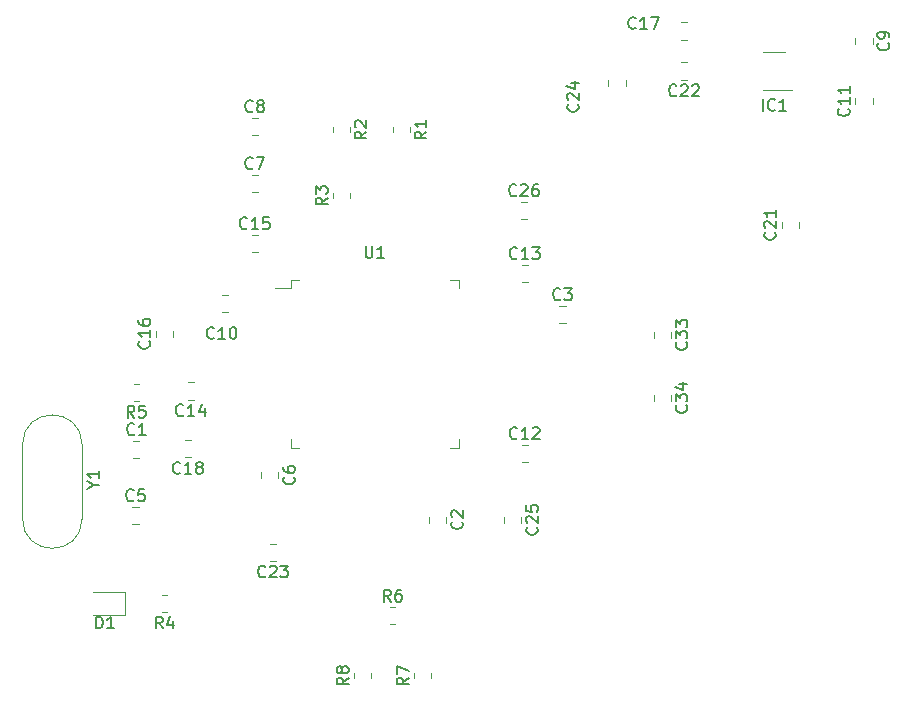
<source format=gto>
G04 #@! TF.GenerationSoftware,KiCad,Pcbnew,(6.0.1)*
G04 #@! TF.CreationDate,2022-02-13T22:45:21+02:00*
G04 #@! TF.ProjectId,enlarger_timer,656e6c61-7267-4657-925f-74696d65722e,rev?*
G04 #@! TF.SameCoordinates,Original*
G04 #@! TF.FileFunction,Legend,Top*
G04 #@! TF.FilePolarity,Positive*
%FSLAX46Y46*%
G04 Gerber Fmt 4.6, Leading zero omitted, Abs format (unit mm)*
G04 Created by KiCad (PCBNEW (6.0.1)) date 2022-02-13 22:45:21*
%MOMM*%
%LPD*%
G01*
G04 APERTURE LIST*
%ADD10C,0.150000*%
%ADD11C,0.120000*%
G04 APERTURE END LIST*
D10*
X128971318Y-95705190D02*
X129447508Y-95705190D01*
X128447508Y-96038523D02*
X128971318Y-95705190D01*
X128447508Y-95371857D01*
X129447508Y-94514714D02*
X129447508Y-95086142D01*
X129447508Y-94800428D02*
X128447508Y-94800428D01*
X128590366Y-94895666D01*
X128685604Y-94990904D01*
X128733223Y-95086142D01*
X152011095Y-75459380D02*
X152011095Y-76268904D01*
X152058714Y-76364142D01*
X152106333Y-76411761D01*
X152201571Y-76459380D01*
X152392047Y-76459380D01*
X152487285Y-76411761D01*
X152534904Y-76364142D01*
X152582523Y-76268904D01*
X152582523Y-75459380D01*
X153582523Y-76459380D02*
X153011095Y-76459380D01*
X153296809Y-76459380D02*
X153296809Y-75459380D01*
X153201571Y-75602238D01*
X153106333Y-75697476D01*
X153011095Y-75745095D01*
X134826333Y-107849380D02*
X134493000Y-107373190D01*
X134254904Y-107849380D02*
X134254904Y-106849380D01*
X134635857Y-106849380D01*
X134731095Y-106897000D01*
X134778714Y-106944619D01*
X134826333Y-107039857D01*
X134826333Y-107182714D01*
X134778714Y-107277952D01*
X134731095Y-107325571D01*
X134635857Y-107373190D01*
X134254904Y-107373190D01*
X135683476Y-107182714D02*
X135683476Y-107849380D01*
X135445380Y-106801761D02*
X135207285Y-107516047D01*
X135826333Y-107516047D01*
X150559380Y-112009666D02*
X150083190Y-112343000D01*
X150559380Y-112581095D02*
X149559380Y-112581095D01*
X149559380Y-112200142D01*
X149607000Y-112104904D01*
X149654619Y-112057285D01*
X149749857Y-112009666D01*
X149892714Y-112009666D01*
X149987952Y-112057285D01*
X150035571Y-112104904D01*
X150083190Y-112200142D01*
X150083190Y-112581095D01*
X149987952Y-111438238D02*
X149940333Y-111533476D01*
X149892714Y-111581095D01*
X149797476Y-111628714D01*
X149749857Y-111628714D01*
X149654619Y-111581095D01*
X149607000Y-111533476D01*
X149559380Y-111438238D01*
X149559380Y-111247761D01*
X149607000Y-111152523D01*
X149654619Y-111104904D01*
X149749857Y-111057285D01*
X149797476Y-111057285D01*
X149892714Y-111104904D01*
X149940333Y-111152523D01*
X149987952Y-111247761D01*
X149987952Y-111438238D01*
X150035571Y-111533476D01*
X150083190Y-111581095D01*
X150178428Y-111628714D01*
X150368904Y-111628714D01*
X150464142Y-111581095D01*
X150511761Y-111533476D01*
X150559380Y-111438238D01*
X150559380Y-111247761D01*
X150511761Y-111152523D01*
X150464142Y-111104904D01*
X150368904Y-111057285D01*
X150178428Y-111057285D01*
X150083190Y-111104904D01*
X150035571Y-111152523D01*
X149987952Y-111247761D01*
X155639380Y-112009666D02*
X155163190Y-112343000D01*
X155639380Y-112581095D02*
X154639380Y-112581095D01*
X154639380Y-112200142D01*
X154687000Y-112104904D01*
X154734619Y-112057285D01*
X154829857Y-112009666D01*
X154972714Y-112009666D01*
X155067952Y-112057285D01*
X155115571Y-112104904D01*
X155163190Y-112200142D01*
X155163190Y-112581095D01*
X154639380Y-111676333D02*
X154639380Y-111009666D01*
X155639380Y-111438238D01*
X154130333Y-105565380D02*
X153797000Y-105089190D01*
X153558904Y-105565380D02*
X153558904Y-104565380D01*
X153939857Y-104565380D01*
X154035095Y-104613000D01*
X154082714Y-104660619D01*
X154130333Y-104755857D01*
X154130333Y-104898714D01*
X154082714Y-104993952D01*
X154035095Y-105041571D01*
X153939857Y-105089190D01*
X153558904Y-105089190D01*
X154987476Y-104565380D02*
X154797000Y-104565380D01*
X154701761Y-104613000D01*
X154654142Y-104660619D01*
X154558904Y-104803476D01*
X154511285Y-104993952D01*
X154511285Y-105374904D01*
X154558904Y-105470142D01*
X154606523Y-105517761D01*
X154701761Y-105565380D01*
X154892238Y-105565380D01*
X154987476Y-105517761D01*
X155035095Y-105470142D01*
X155082714Y-105374904D01*
X155082714Y-105136809D01*
X155035095Y-105041571D01*
X154987476Y-104993952D01*
X154892238Y-104946333D01*
X154701761Y-104946333D01*
X154606523Y-104993952D01*
X154558904Y-105041571D01*
X154511285Y-105136809D01*
X132421333Y-89986380D02*
X132088000Y-89510190D01*
X131849904Y-89986380D02*
X131849904Y-88986380D01*
X132230857Y-88986380D01*
X132326095Y-89034000D01*
X132373714Y-89081619D01*
X132421333Y-89176857D01*
X132421333Y-89319714D01*
X132373714Y-89414952D01*
X132326095Y-89462571D01*
X132230857Y-89510190D01*
X131849904Y-89510190D01*
X133326095Y-88986380D02*
X132849904Y-88986380D01*
X132802285Y-89462571D01*
X132849904Y-89414952D01*
X132945142Y-89367333D01*
X133183238Y-89367333D01*
X133278476Y-89414952D01*
X133326095Y-89462571D01*
X133373714Y-89557809D01*
X133373714Y-89795904D01*
X133326095Y-89891142D01*
X133278476Y-89938761D01*
X133183238Y-89986380D01*
X132945142Y-89986380D01*
X132849904Y-89938761D01*
X132802285Y-89891142D01*
X148781380Y-71369666D02*
X148305190Y-71703000D01*
X148781380Y-71941095D02*
X147781380Y-71941095D01*
X147781380Y-71560142D01*
X147829000Y-71464904D01*
X147876619Y-71417285D01*
X147971857Y-71369666D01*
X148114714Y-71369666D01*
X148209952Y-71417285D01*
X148257571Y-71464904D01*
X148305190Y-71560142D01*
X148305190Y-71941095D01*
X147781380Y-71036333D02*
X147781380Y-70417285D01*
X148162333Y-70750619D01*
X148162333Y-70607761D01*
X148209952Y-70512523D01*
X148257571Y-70464904D01*
X148352809Y-70417285D01*
X148590904Y-70417285D01*
X148686142Y-70464904D01*
X148733761Y-70512523D01*
X148781380Y-70607761D01*
X148781380Y-70893476D01*
X148733761Y-70988714D01*
X148686142Y-71036333D01*
X152081380Y-65781666D02*
X151605190Y-66115000D01*
X152081380Y-66353095D02*
X151081380Y-66353095D01*
X151081380Y-65972142D01*
X151129000Y-65876904D01*
X151176619Y-65829285D01*
X151271857Y-65781666D01*
X151414714Y-65781666D01*
X151509952Y-65829285D01*
X151557571Y-65876904D01*
X151605190Y-65972142D01*
X151605190Y-66353095D01*
X151176619Y-65400714D02*
X151129000Y-65353095D01*
X151081380Y-65257857D01*
X151081380Y-65019761D01*
X151129000Y-64924523D01*
X151176619Y-64876904D01*
X151271857Y-64829285D01*
X151367095Y-64829285D01*
X151509952Y-64876904D01*
X152081380Y-65448333D01*
X152081380Y-64829285D01*
X157161380Y-65781666D02*
X156685190Y-66115000D01*
X157161380Y-66353095D02*
X156161380Y-66353095D01*
X156161380Y-65972142D01*
X156209000Y-65876904D01*
X156256619Y-65829285D01*
X156351857Y-65781666D01*
X156494714Y-65781666D01*
X156589952Y-65829285D01*
X156637571Y-65876904D01*
X156685190Y-65972142D01*
X156685190Y-66353095D01*
X157161380Y-64829285D02*
X157161380Y-65400714D01*
X157161380Y-65115000D02*
X156161380Y-65115000D01*
X156304238Y-65210238D01*
X156399476Y-65305476D01*
X156447095Y-65400714D01*
X185612209Y-64007580D02*
X185612209Y-63007580D01*
X186659828Y-63912342D02*
X186612209Y-63959961D01*
X186469352Y-64007580D01*
X186374114Y-64007580D01*
X186231257Y-63959961D01*
X186136019Y-63864723D01*
X186088400Y-63769485D01*
X186040780Y-63579009D01*
X186040780Y-63436152D01*
X186088400Y-63245676D01*
X186136019Y-63150438D01*
X186231257Y-63055200D01*
X186374114Y-63007580D01*
X186469352Y-63007580D01*
X186612209Y-63055200D01*
X186659828Y-63102819D01*
X187612209Y-64007580D02*
X187040780Y-64007580D01*
X187326495Y-64007580D02*
X187326495Y-63007580D01*
X187231257Y-63150438D01*
X187136019Y-63245676D01*
X187040780Y-63293295D01*
X129174904Y-107849380D02*
X129174904Y-106849380D01*
X129413000Y-106849380D01*
X129555857Y-106897000D01*
X129651095Y-106992238D01*
X129698714Y-107087476D01*
X129746333Y-107277952D01*
X129746333Y-107420809D01*
X129698714Y-107611285D01*
X129651095Y-107706523D01*
X129555857Y-107801761D01*
X129413000Y-107849380D01*
X129174904Y-107849380D01*
X130698714Y-107849380D02*
X130127285Y-107849380D01*
X130413000Y-107849380D02*
X130413000Y-106849380D01*
X130317761Y-106992238D01*
X130222523Y-107087476D01*
X130127285Y-107135095D01*
X179154342Y-88948457D02*
X179201961Y-88996076D01*
X179249580Y-89138933D01*
X179249580Y-89234171D01*
X179201961Y-89377028D01*
X179106723Y-89472266D01*
X179011485Y-89519885D01*
X178821009Y-89567504D01*
X178678152Y-89567504D01*
X178487676Y-89519885D01*
X178392438Y-89472266D01*
X178297200Y-89377028D01*
X178249580Y-89234171D01*
X178249580Y-89138933D01*
X178297200Y-88996076D01*
X178344819Y-88948457D01*
X178249580Y-88615123D02*
X178249580Y-87996076D01*
X178630533Y-88329409D01*
X178630533Y-88186552D01*
X178678152Y-88091314D01*
X178725771Y-88043695D01*
X178821009Y-87996076D01*
X179059104Y-87996076D01*
X179154342Y-88043695D01*
X179201961Y-88091314D01*
X179249580Y-88186552D01*
X179249580Y-88472266D01*
X179201961Y-88567504D01*
X179154342Y-88615123D01*
X178582914Y-87138933D02*
X179249580Y-87138933D01*
X178201961Y-87377028D02*
X178916247Y-87615123D01*
X178916247Y-86996076D01*
X179154342Y-83614457D02*
X179201961Y-83662076D01*
X179249580Y-83804933D01*
X179249580Y-83900171D01*
X179201961Y-84043028D01*
X179106723Y-84138266D01*
X179011485Y-84185885D01*
X178821009Y-84233504D01*
X178678152Y-84233504D01*
X178487676Y-84185885D01*
X178392438Y-84138266D01*
X178297200Y-84043028D01*
X178249580Y-83900171D01*
X178249580Y-83804933D01*
X178297200Y-83662076D01*
X178344819Y-83614457D01*
X178249580Y-83281123D02*
X178249580Y-82662076D01*
X178630533Y-82995409D01*
X178630533Y-82852552D01*
X178678152Y-82757314D01*
X178725771Y-82709695D01*
X178821009Y-82662076D01*
X179059104Y-82662076D01*
X179154342Y-82709695D01*
X179201961Y-82757314D01*
X179249580Y-82852552D01*
X179249580Y-83138266D01*
X179201961Y-83233504D01*
X179154342Y-83281123D01*
X178249580Y-82328742D02*
X178249580Y-81709695D01*
X178630533Y-82043028D01*
X178630533Y-81900171D01*
X178678152Y-81804933D01*
X178725771Y-81757314D01*
X178821009Y-81709695D01*
X179059104Y-81709695D01*
X179154342Y-81757314D01*
X179201961Y-81804933D01*
X179249580Y-81900171D01*
X179249580Y-82185885D01*
X179201961Y-82281123D01*
X179154342Y-82328742D01*
X164764142Y-71150142D02*
X164716523Y-71197761D01*
X164573666Y-71245380D01*
X164478428Y-71245380D01*
X164335571Y-71197761D01*
X164240333Y-71102523D01*
X164192714Y-71007285D01*
X164145095Y-70816809D01*
X164145095Y-70673952D01*
X164192714Y-70483476D01*
X164240333Y-70388238D01*
X164335571Y-70293000D01*
X164478428Y-70245380D01*
X164573666Y-70245380D01*
X164716523Y-70293000D01*
X164764142Y-70340619D01*
X165145095Y-70340619D02*
X165192714Y-70293000D01*
X165287952Y-70245380D01*
X165526047Y-70245380D01*
X165621285Y-70293000D01*
X165668904Y-70340619D01*
X165716523Y-70435857D01*
X165716523Y-70531095D01*
X165668904Y-70673952D01*
X165097476Y-71245380D01*
X165716523Y-71245380D01*
X166573666Y-70245380D02*
X166383190Y-70245380D01*
X166287952Y-70293000D01*
X166240333Y-70340619D01*
X166145095Y-70483476D01*
X166097476Y-70673952D01*
X166097476Y-71054904D01*
X166145095Y-71150142D01*
X166192714Y-71197761D01*
X166287952Y-71245380D01*
X166478428Y-71245380D01*
X166573666Y-71197761D01*
X166621285Y-71150142D01*
X166668904Y-71054904D01*
X166668904Y-70816809D01*
X166621285Y-70721571D01*
X166573666Y-70673952D01*
X166478428Y-70626333D01*
X166287952Y-70626333D01*
X166192714Y-70673952D01*
X166145095Y-70721571D01*
X166097476Y-70816809D01*
X169959742Y-63465057D02*
X170007361Y-63512676D01*
X170054980Y-63655533D01*
X170054980Y-63750771D01*
X170007361Y-63893628D01*
X169912123Y-63988866D01*
X169816885Y-64036485D01*
X169626409Y-64084104D01*
X169483552Y-64084104D01*
X169293076Y-64036485D01*
X169197838Y-63988866D01*
X169102600Y-63893628D01*
X169054980Y-63750771D01*
X169054980Y-63655533D01*
X169102600Y-63512676D01*
X169150219Y-63465057D01*
X169150219Y-63084104D02*
X169102600Y-63036485D01*
X169054980Y-62941247D01*
X169054980Y-62703152D01*
X169102600Y-62607914D01*
X169150219Y-62560295D01*
X169245457Y-62512676D01*
X169340695Y-62512676D01*
X169483552Y-62560295D01*
X170054980Y-63131723D01*
X170054980Y-62512676D01*
X169388314Y-61655533D02*
X170054980Y-61655533D01*
X169007361Y-61893628D02*
X169721647Y-62131723D01*
X169721647Y-61512676D01*
X178325542Y-62692342D02*
X178277923Y-62739961D01*
X178135066Y-62787580D01*
X178039828Y-62787580D01*
X177896971Y-62739961D01*
X177801733Y-62644723D01*
X177754114Y-62549485D01*
X177706495Y-62359009D01*
X177706495Y-62216152D01*
X177754114Y-62025676D01*
X177801733Y-61930438D01*
X177896971Y-61835200D01*
X178039828Y-61787580D01*
X178135066Y-61787580D01*
X178277923Y-61835200D01*
X178325542Y-61882819D01*
X178706495Y-61882819D02*
X178754114Y-61835200D01*
X178849352Y-61787580D01*
X179087447Y-61787580D01*
X179182685Y-61835200D01*
X179230304Y-61882819D01*
X179277923Y-61978057D01*
X179277923Y-62073295D01*
X179230304Y-62216152D01*
X178658876Y-62787580D01*
X179277923Y-62787580D01*
X179658876Y-61882819D02*
X179706495Y-61835200D01*
X179801733Y-61787580D01*
X180039828Y-61787580D01*
X180135066Y-61835200D01*
X180182685Y-61882819D01*
X180230304Y-61978057D01*
X180230304Y-62073295D01*
X180182685Y-62216152D01*
X179611257Y-62787580D01*
X180230304Y-62787580D01*
X166494142Y-99277857D02*
X166541761Y-99325476D01*
X166589380Y-99468333D01*
X166589380Y-99563571D01*
X166541761Y-99706428D01*
X166446523Y-99801666D01*
X166351285Y-99849285D01*
X166160809Y-99896904D01*
X166017952Y-99896904D01*
X165827476Y-99849285D01*
X165732238Y-99801666D01*
X165637000Y-99706428D01*
X165589380Y-99563571D01*
X165589380Y-99468333D01*
X165637000Y-99325476D01*
X165684619Y-99277857D01*
X165684619Y-98896904D02*
X165637000Y-98849285D01*
X165589380Y-98754047D01*
X165589380Y-98515952D01*
X165637000Y-98420714D01*
X165684619Y-98373095D01*
X165779857Y-98325476D01*
X165875095Y-98325476D01*
X166017952Y-98373095D01*
X166589380Y-98944523D01*
X166589380Y-98325476D01*
X165589380Y-97420714D02*
X165589380Y-97896904D01*
X166065571Y-97944523D01*
X166017952Y-97896904D01*
X165970333Y-97801666D01*
X165970333Y-97563571D01*
X166017952Y-97468333D01*
X166065571Y-97420714D01*
X166160809Y-97373095D01*
X166398904Y-97373095D01*
X166494142Y-97420714D01*
X166541761Y-97468333D01*
X166589380Y-97563571D01*
X166589380Y-97801666D01*
X166541761Y-97896904D01*
X166494142Y-97944523D01*
X186637142Y-74302857D02*
X186684761Y-74350476D01*
X186732380Y-74493333D01*
X186732380Y-74588571D01*
X186684761Y-74731428D01*
X186589523Y-74826666D01*
X186494285Y-74874285D01*
X186303809Y-74921904D01*
X186160952Y-74921904D01*
X185970476Y-74874285D01*
X185875238Y-74826666D01*
X185780000Y-74731428D01*
X185732380Y-74588571D01*
X185732380Y-74493333D01*
X185780000Y-74350476D01*
X185827619Y-74302857D01*
X185827619Y-73921904D02*
X185780000Y-73874285D01*
X185732380Y-73779047D01*
X185732380Y-73540952D01*
X185780000Y-73445714D01*
X185827619Y-73398095D01*
X185922857Y-73350476D01*
X186018095Y-73350476D01*
X186160952Y-73398095D01*
X186732380Y-73969523D01*
X186732380Y-73350476D01*
X186732380Y-72398095D02*
X186732380Y-72969523D01*
X186732380Y-72683809D02*
X185732380Y-72683809D01*
X185875238Y-72779047D01*
X185970476Y-72874285D01*
X186018095Y-72969523D01*
X143512342Y-103433942D02*
X143464723Y-103481561D01*
X143321866Y-103529180D01*
X143226628Y-103529180D01*
X143083771Y-103481561D01*
X142988533Y-103386323D01*
X142940914Y-103291085D01*
X142893295Y-103100609D01*
X142893295Y-102957752D01*
X142940914Y-102767276D01*
X142988533Y-102672038D01*
X143083771Y-102576800D01*
X143226628Y-102529180D01*
X143321866Y-102529180D01*
X143464723Y-102576800D01*
X143512342Y-102624419D01*
X143893295Y-102624419D02*
X143940914Y-102576800D01*
X144036152Y-102529180D01*
X144274247Y-102529180D01*
X144369485Y-102576800D01*
X144417104Y-102624419D01*
X144464723Y-102719657D01*
X144464723Y-102814895D01*
X144417104Y-102957752D01*
X143845676Y-103529180D01*
X144464723Y-103529180D01*
X144798057Y-102529180D02*
X145417104Y-102529180D01*
X145083771Y-102910133D01*
X145226628Y-102910133D01*
X145321866Y-102957752D01*
X145369485Y-103005371D01*
X145417104Y-103100609D01*
X145417104Y-103338704D01*
X145369485Y-103433942D01*
X145321866Y-103481561D01*
X145226628Y-103529180D01*
X144940914Y-103529180D01*
X144845676Y-103481561D01*
X144798057Y-103433942D01*
X174871142Y-56999142D02*
X174823523Y-57046761D01*
X174680666Y-57094380D01*
X174585428Y-57094380D01*
X174442571Y-57046761D01*
X174347333Y-56951523D01*
X174299714Y-56856285D01*
X174252095Y-56665809D01*
X174252095Y-56522952D01*
X174299714Y-56332476D01*
X174347333Y-56237238D01*
X174442571Y-56142000D01*
X174585428Y-56094380D01*
X174680666Y-56094380D01*
X174823523Y-56142000D01*
X174871142Y-56189619D01*
X175823523Y-57094380D02*
X175252095Y-57094380D01*
X175537809Y-57094380D02*
X175537809Y-56094380D01*
X175442571Y-56237238D01*
X175347333Y-56332476D01*
X175252095Y-56380095D01*
X176156857Y-56094380D02*
X176823523Y-56094380D01*
X176394952Y-57094380D01*
X133670142Y-83529857D02*
X133717761Y-83577476D01*
X133765380Y-83720333D01*
X133765380Y-83815571D01*
X133717761Y-83958428D01*
X133622523Y-84053666D01*
X133527285Y-84101285D01*
X133336809Y-84148904D01*
X133193952Y-84148904D01*
X133003476Y-84101285D01*
X132908238Y-84053666D01*
X132813000Y-83958428D01*
X132765380Y-83815571D01*
X132765380Y-83720333D01*
X132813000Y-83577476D01*
X132860619Y-83529857D01*
X133765380Y-82577476D02*
X133765380Y-83148904D01*
X133765380Y-82863190D02*
X132765380Y-82863190D01*
X132908238Y-82958428D01*
X133003476Y-83053666D01*
X133051095Y-83148904D01*
X132765380Y-81720333D02*
X132765380Y-81910809D01*
X132813000Y-82006047D01*
X132860619Y-82053666D01*
X133003476Y-82148904D01*
X133193952Y-82196523D01*
X133574904Y-82196523D01*
X133670142Y-82148904D01*
X133717761Y-82101285D01*
X133765380Y-82006047D01*
X133765380Y-81815571D01*
X133717761Y-81720333D01*
X133670142Y-81672714D01*
X133574904Y-81625095D01*
X133336809Y-81625095D01*
X133241571Y-81672714D01*
X133193952Y-81720333D01*
X133146333Y-81815571D01*
X133146333Y-82006047D01*
X133193952Y-82101285D01*
X133241571Y-82148904D01*
X133336809Y-82196523D01*
X136311042Y-94665942D02*
X136263423Y-94713561D01*
X136120566Y-94761180D01*
X136025328Y-94761180D01*
X135882471Y-94713561D01*
X135787233Y-94618323D01*
X135739614Y-94523085D01*
X135691995Y-94332609D01*
X135691995Y-94189752D01*
X135739614Y-93999276D01*
X135787233Y-93904038D01*
X135882471Y-93808800D01*
X136025328Y-93761180D01*
X136120566Y-93761180D01*
X136263423Y-93808800D01*
X136311042Y-93856419D01*
X137263423Y-94761180D02*
X136691995Y-94761180D01*
X136977709Y-94761180D02*
X136977709Y-93761180D01*
X136882471Y-93904038D01*
X136787233Y-93999276D01*
X136691995Y-94046895D01*
X137834852Y-94189752D02*
X137739614Y-94142133D01*
X137691995Y-94094514D01*
X137644376Y-93999276D01*
X137644376Y-93951657D01*
X137691995Y-93856419D01*
X137739614Y-93808800D01*
X137834852Y-93761180D01*
X138025328Y-93761180D01*
X138120566Y-93808800D01*
X138168185Y-93856419D01*
X138215804Y-93951657D01*
X138215804Y-93999276D01*
X138168185Y-94094514D01*
X138120566Y-94142133D01*
X138025328Y-94189752D01*
X137834852Y-94189752D01*
X137739614Y-94237371D01*
X137691995Y-94284990D01*
X137644376Y-94380228D01*
X137644376Y-94570704D01*
X137691995Y-94665942D01*
X137739614Y-94713561D01*
X137834852Y-94761180D01*
X138025328Y-94761180D01*
X138120566Y-94713561D01*
X138168185Y-94665942D01*
X138215804Y-94570704D01*
X138215804Y-94380228D01*
X138168185Y-94284990D01*
X138120566Y-94237371D01*
X138025328Y-94189752D01*
X136565042Y-89773942D02*
X136517423Y-89821561D01*
X136374566Y-89869180D01*
X136279328Y-89869180D01*
X136136471Y-89821561D01*
X136041233Y-89726323D01*
X135993614Y-89631085D01*
X135945995Y-89440609D01*
X135945995Y-89297752D01*
X135993614Y-89107276D01*
X136041233Y-89012038D01*
X136136471Y-88916800D01*
X136279328Y-88869180D01*
X136374566Y-88869180D01*
X136517423Y-88916800D01*
X136565042Y-88964419D01*
X137517423Y-89869180D02*
X136945995Y-89869180D01*
X137231709Y-89869180D02*
X137231709Y-88869180D01*
X137136471Y-89012038D01*
X137041233Y-89107276D01*
X136945995Y-89154895D01*
X138374566Y-89202514D02*
X138374566Y-89869180D01*
X138136471Y-88821561D02*
X137898376Y-89535847D01*
X138517423Y-89535847D01*
X141970142Y-73944142D02*
X141922523Y-73991761D01*
X141779666Y-74039380D01*
X141684428Y-74039380D01*
X141541571Y-73991761D01*
X141446333Y-73896523D01*
X141398714Y-73801285D01*
X141351095Y-73610809D01*
X141351095Y-73467952D01*
X141398714Y-73277476D01*
X141446333Y-73182238D01*
X141541571Y-73087000D01*
X141684428Y-73039380D01*
X141779666Y-73039380D01*
X141922523Y-73087000D01*
X141970142Y-73134619D01*
X142922523Y-74039380D02*
X142351095Y-74039380D01*
X142636809Y-74039380D02*
X142636809Y-73039380D01*
X142541571Y-73182238D01*
X142446333Y-73277476D01*
X142351095Y-73325095D01*
X143827285Y-73039380D02*
X143351095Y-73039380D01*
X143303476Y-73515571D01*
X143351095Y-73467952D01*
X143446333Y-73420333D01*
X143684428Y-73420333D01*
X143779666Y-73467952D01*
X143827285Y-73515571D01*
X143874904Y-73610809D01*
X143874904Y-73848904D01*
X143827285Y-73944142D01*
X143779666Y-73991761D01*
X143684428Y-74039380D01*
X143446333Y-74039380D01*
X143351095Y-73991761D01*
X143303476Y-73944142D01*
X164830142Y-76484142D02*
X164782523Y-76531761D01*
X164639666Y-76579380D01*
X164544428Y-76579380D01*
X164401571Y-76531761D01*
X164306333Y-76436523D01*
X164258714Y-76341285D01*
X164211095Y-76150809D01*
X164211095Y-76007952D01*
X164258714Y-75817476D01*
X164306333Y-75722238D01*
X164401571Y-75627000D01*
X164544428Y-75579380D01*
X164639666Y-75579380D01*
X164782523Y-75627000D01*
X164830142Y-75674619D01*
X165782523Y-76579380D02*
X165211095Y-76579380D01*
X165496809Y-76579380D02*
X165496809Y-75579380D01*
X165401571Y-75722238D01*
X165306333Y-75817476D01*
X165211095Y-75865095D01*
X166115857Y-75579380D02*
X166734904Y-75579380D01*
X166401571Y-75960333D01*
X166544428Y-75960333D01*
X166639666Y-76007952D01*
X166687285Y-76055571D01*
X166734904Y-76150809D01*
X166734904Y-76388904D01*
X166687285Y-76484142D01*
X166639666Y-76531761D01*
X166544428Y-76579380D01*
X166258714Y-76579380D01*
X166163476Y-76531761D01*
X166115857Y-76484142D01*
X192885542Y-63838057D02*
X192933161Y-63885676D01*
X192980780Y-64028533D01*
X192980780Y-64123771D01*
X192933161Y-64266628D01*
X192837923Y-64361866D01*
X192742685Y-64409485D01*
X192552209Y-64457104D01*
X192409352Y-64457104D01*
X192218876Y-64409485D01*
X192123638Y-64361866D01*
X192028400Y-64266628D01*
X191980780Y-64123771D01*
X191980780Y-64028533D01*
X192028400Y-63885676D01*
X192076019Y-63838057D01*
X192980780Y-62885676D02*
X192980780Y-63457104D01*
X192980780Y-63171390D02*
X191980780Y-63171390D01*
X192123638Y-63266628D01*
X192218876Y-63361866D01*
X192266495Y-63457104D01*
X192980780Y-61933295D02*
X192980780Y-62504723D01*
X192980780Y-62219009D02*
X191980780Y-62219009D01*
X192123638Y-62314247D01*
X192218876Y-62409485D01*
X192266495Y-62504723D01*
X164830142Y-91724142D02*
X164782523Y-91771761D01*
X164639666Y-91819380D01*
X164544428Y-91819380D01*
X164401571Y-91771761D01*
X164306333Y-91676523D01*
X164258714Y-91581285D01*
X164211095Y-91390809D01*
X164211095Y-91247952D01*
X164258714Y-91057476D01*
X164306333Y-90962238D01*
X164401571Y-90867000D01*
X164544428Y-90819380D01*
X164639666Y-90819380D01*
X164782523Y-90867000D01*
X164830142Y-90914619D01*
X165782523Y-91819380D02*
X165211095Y-91819380D01*
X165496809Y-91819380D02*
X165496809Y-90819380D01*
X165401571Y-90962238D01*
X165306333Y-91057476D01*
X165211095Y-91105095D01*
X166163476Y-90914619D02*
X166211095Y-90867000D01*
X166306333Y-90819380D01*
X166544428Y-90819380D01*
X166639666Y-90867000D01*
X166687285Y-90914619D01*
X166734904Y-91009857D01*
X166734904Y-91105095D01*
X166687285Y-91247952D01*
X166115857Y-91819380D01*
X166734904Y-91819380D01*
X196245542Y-58281866D02*
X196293161Y-58329485D01*
X196340780Y-58472342D01*
X196340780Y-58567580D01*
X196293161Y-58710438D01*
X196197923Y-58805676D01*
X196102685Y-58853295D01*
X195912209Y-58900914D01*
X195769352Y-58900914D01*
X195578876Y-58853295D01*
X195483638Y-58805676D01*
X195388400Y-58710438D01*
X195340780Y-58567580D01*
X195340780Y-58472342D01*
X195388400Y-58329485D01*
X195436019Y-58281866D01*
X196340780Y-57805676D02*
X196340780Y-57615200D01*
X196293161Y-57519961D01*
X196245542Y-57472342D01*
X196102685Y-57377104D01*
X195912209Y-57329485D01*
X195531257Y-57329485D01*
X195436019Y-57377104D01*
X195388400Y-57424723D01*
X195340780Y-57519961D01*
X195340780Y-57710438D01*
X195388400Y-57805676D01*
X195436019Y-57853295D01*
X195531257Y-57900914D01*
X195769352Y-57900914D01*
X195864590Y-57853295D01*
X195912209Y-57805676D01*
X195959828Y-57710438D01*
X195959828Y-57519961D01*
X195912209Y-57424723D01*
X195864590Y-57377104D01*
X195769352Y-57329485D01*
X139168890Y-83244142D02*
X139121271Y-83291761D01*
X138978414Y-83339380D01*
X138883176Y-83339380D01*
X138740319Y-83291761D01*
X138645081Y-83196523D01*
X138597462Y-83101285D01*
X138549843Y-82910809D01*
X138549843Y-82767952D01*
X138597462Y-82577476D01*
X138645081Y-82482238D01*
X138740319Y-82387000D01*
X138883176Y-82339380D01*
X138978414Y-82339380D01*
X139121271Y-82387000D01*
X139168890Y-82434619D01*
X140121271Y-83339380D02*
X139549843Y-83339380D01*
X139835557Y-83339380D02*
X139835557Y-82339380D01*
X139740319Y-82482238D01*
X139645081Y-82577476D01*
X139549843Y-82625095D01*
X140740319Y-82339380D02*
X140835557Y-82339380D01*
X140930795Y-82387000D01*
X140978414Y-82434619D01*
X141026033Y-82529857D01*
X141073652Y-82720333D01*
X141073652Y-82958428D01*
X141026033Y-83148904D01*
X140978414Y-83244142D01*
X140930795Y-83291761D01*
X140835557Y-83339380D01*
X140740319Y-83339380D01*
X140645081Y-83291761D01*
X140597462Y-83244142D01*
X140549843Y-83148904D01*
X140502224Y-82958428D01*
X140502224Y-82720333D01*
X140549843Y-82529857D01*
X140597462Y-82434619D01*
X140645081Y-82387000D01*
X140740319Y-82339380D01*
X142446333Y-64038142D02*
X142398714Y-64085761D01*
X142255857Y-64133380D01*
X142160619Y-64133380D01*
X142017761Y-64085761D01*
X141922523Y-63990523D01*
X141874904Y-63895285D01*
X141827285Y-63704809D01*
X141827285Y-63561952D01*
X141874904Y-63371476D01*
X141922523Y-63276238D01*
X142017761Y-63181000D01*
X142160619Y-63133380D01*
X142255857Y-63133380D01*
X142398714Y-63181000D01*
X142446333Y-63228619D01*
X143017761Y-63561952D02*
X142922523Y-63514333D01*
X142874904Y-63466714D01*
X142827285Y-63371476D01*
X142827285Y-63323857D01*
X142874904Y-63228619D01*
X142922523Y-63181000D01*
X143017761Y-63133380D01*
X143208238Y-63133380D01*
X143303476Y-63181000D01*
X143351095Y-63228619D01*
X143398714Y-63323857D01*
X143398714Y-63371476D01*
X143351095Y-63466714D01*
X143303476Y-63514333D01*
X143208238Y-63561952D01*
X143017761Y-63561952D01*
X142922523Y-63609571D01*
X142874904Y-63657190D01*
X142827285Y-63752428D01*
X142827285Y-63942904D01*
X142874904Y-64038142D01*
X142922523Y-64085761D01*
X143017761Y-64133380D01*
X143208238Y-64133380D01*
X143303476Y-64085761D01*
X143351095Y-64038142D01*
X143398714Y-63942904D01*
X143398714Y-63752428D01*
X143351095Y-63657190D01*
X143303476Y-63609571D01*
X143208238Y-63561952D01*
X142446333Y-68864142D02*
X142398714Y-68911761D01*
X142255857Y-68959380D01*
X142160619Y-68959380D01*
X142017761Y-68911761D01*
X141922523Y-68816523D01*
X141874904Y-68721285D01*
X141827285Y-68530809D01*
X141827285Y-68387952D01*
X141874904Y-68197476D01*
X141922523Y-68102238D01*
X142017761Y-68007000D01*
X142160619Y-67959380D01*
X142255857Y-67959380D01*
X142398714Y-68007000D01*
X142446333Y-68054619D01*
X142779666Y-67959380D02*
X143446333Y-67959380D01*
X143017761Y-68959380D01*
X145928142Y-95035666D02*
X145975761Y-95083285D01*
X146023380Y-95226142D01*
X146023380Y-95321380D01*
X145975761Y-95464238D01*
X145880523Y-95559476D01*
X145785285Y-95607095D01*
X145594809Y-95654714D01*
X145451952Y-95654714D01*
X145261476Y-95607095D01*
X145166238Y-95559476D01*
X145071000Y-95464238D01*
X145023380Y-95321380D01*
X145023380Y-95226142D01*
X145071000Y-95083285D01*
X145118619Y-95035666D01*
X145023380Y-94178523D02*
X145023380Y-94369000D01*
X145071000Y-94464238D01*
X145118619Y-94511857D01*
X145261476Y-94607095D01*
X145451952Y-94654714D01*
X145832904Y-94654714D01*
X145928142Y-94607095D01*
X145975761Y-94559476D01*
X146023380Y-94464238D01*
X146023380Y-94273761D01*
X145975761Y-94178523D01*
X145928142Y-94130904D01*
X145832904Y-94083285D01*
X145594809Y-94083285D01*
X145499571Y-94130904D01*
X145451952Y-94178523D01*
X145404333Y-94273761D01*
X145404333Y-94464238D01*
X145451952Y-94559476D01*
X145499571Y-94607095D01*
X145594809Y-94654714D01*
X132355333Y-96975142D02*
X132307714Y-97022761D01*
X132164857Y-97070380D01*
X132069619Y-97070380D01*
X131926761Y-97022761D01*
X131831523Y-96927523D01*
X131783904Y-96832285D01*
X131736285Y-96641809D01*
X131736285Y-96498952D01*
X131783904Y-96308476D01*
X131831523Y-96213238D01*
X131926761Y-96118000D01*
X132069619Y-96070380D01*
X132164857Y-96070380D01*
X132307714Y-96118000D01*
X132355333Y-96165619D01*
X133260095Y-96070380D02*
X132783904Y-96070380D01*
X132736285Y-96546571D01*
X132783904Y-96498952D01*
X132879142Y-96451333D01*
X133117238Y-96451333D01*
X133212476Y-96498952D01*
X133260095Y-96546571D01*
X133307714Y-96641809D01*
X133307714Y-96879904D01*
X133260095Y-96975142D01*
X133212476Y-97022761D01*
X133117238Y-97070380D01*
X132879142Y-97070380D01*
X132783904Y-97022761D01*
X132736285Y-96975142D01*
X168504533Y-79957142D02*
X168456914Y-80004761D01*
X168314057Y-80052380D01*
X168218819Y-80052380D01*
X168075961Y-80004761D01*
X167980723Y-79909523D01*
X167933104Y-79814285D01*
X167885485Y-79623809D01*
X167885485Y-79480952D01*
X167933104Y-79290476D01*
X167980723Y-79195238D01*
X168075961Y-79100000D01*
X168218819Y-79052380D01*
X168314057Y-79052380D01*
X168456914Y-79100000D01*
X168504533Y-79147619D01*
X168837866Y-79052380D02*
X169456914Y-79052380D01*
X169123580Y-79433333D01*
X169266438Y-79433333D01*
X169361676Y-79480952D01*
X169409295Y-79528571D01*
X169456914Y-79623809D01*
X169456914Y-79861904D01*
X169409295Y-79957142D01*
X169361676Y-80004761D01*
X169266438Y-80052380D01*
X168980723Y-80052380D01*
X168885485Y-80004761D01*
X168837866Y-79957142D01*
X160144142Y-98801666D02*
X160191761Y-98849285D01*
X160239380Y-98992142D01*
X160239380Y-99087380D01*
X160191761Y-99230238D01*
X160096523Y-99325476D01*
X160001285Y-99373095D01*
X159810809Y-99420714D01*
X159667952Y-99420714D01*
X159477476Y-99373095D01*
X159382238Y-99325476D01*
X159287000Y-99230238D01*
X159239380Y-99087380D01*
X159239380Y-98992142D01*
X159287000Y-98849285D01*
X159334619Y-98801666D01*
X159334619Y-98420714D02*
X159287000Y-98373095D01*
X159239380Y-98277857D01*
X159239380Y-98039761D01*
X159287000Y-97944523D01*
X159334619Y-97896904D01*
X159429857Y-97849285D01*
X159525095Y-97849285D01*
X159667952Y-97896904D01*
X160239380Y-98468333D01*
X160239380Y-97849285D01*
X132421333Y-91387142D02*
X132373714Y-91434761D01*
X132230857Y-91482380D01*
X132135619Y-91482380D01*
X131992761Y-91434761D01*
X131897523Y-91339523D01*
X131849904Y-91244285D01*
X131802285Y-91053809D01*
X131802285Y-90910952D01*
X131849904Y-90720476D01*
X131897523Y-90625238D01*
X131992761Y-90530000D01*
X132135619Y-90482380D01*
X132230857Y-90482380D01*
X132373714Y-90530000D01*
X132421333Y-90577619D01*
X133373714Y-91482380D02*
X132802285Y-91482380D01*
X133088000Y-91482380D02*
X133088000Y-90482380D01*
X132992761Y-90625238D01*
X132897523Y-90720476D01*
X132802285Y-90768095D01*
D11*
X122951000Y-92289000D02*
X122951000Y-98539000D01*
X128001000Y-92289000D02*
X128001000Y-98539000D01*
X128001000Y-92289000D02*
G75*
G03*
X122951000Y-92289000I-2525000J0D01*
G01*
X122951000Y-98539000D02*
G75*
G03*
X128001000Y-98539000I2525000J0D01*
G01*
X146363000Y-92537000D02*
X145663000Y-92537000D01*
X145663000Y-79017000D02*
X144298000Y-79017000D01*
X159883000Y-92537000D02*
X159883000Y-91837000D01*
X159883000Y-78317000D02*
X159883000Y-79017000D01*
X159183000Y-78317000D02*
X159883000Y-78317000D01*
X159183000Y-92537000D02*
X159883000Y-92537000D01*
X145663000Y-78317000D02*
X145663000Y-79017000D01*
X146363000Y-78317000D02*
X145663000Y-78317000D01*
X145663000Y-92537000D02*
X145663000Y-91837000D01*
X135220064Y-106482000D02*
X134765936Y-106482000D01*
X135220064Y-105012000D02*
X134765936Y-105012000D01*
X151022000Y-112070064D02*
X151022000Y-111615936D01*
X152492000Y-112070064D02*
X152492000Y-111615936D01*
X156102000Y-112070064D02*
X156102000Y-111615936D01*
X157572000Y-112070064D02*
X157572000Y-111615936D01*
X154069936Y-106028000D02*
X154524064Y-106028000D01*
X154069936Y-107498000D02*
X154524064Y-107498000D01*
X132815064Y-88619000D02*
X132360936Y-88619000D01*
X132815064Y-87149000D02*
X132360936Y-87149000D01*
X149244000Y-71430064D02*
X149244000Y-70975936D01*
X150714000Y-71430064D02*
X150714000Y-70975936D01*
X150714000Y-65387936D02*
X150714000Y-65842064D01*
X149244000Y-65387936D02*
X149244000Y-65842064D01*
X155794000Y-65387936D02*
X155794000Y-65842064D01*
X154324000Y-65387936D02*
X154324000Y-65842064D01*
X185688400Y-62265200D02*
X188138400Y-62265200D01*
X187488400Y-59045200D02*
X185688400Y-59045200D01*
X128913000Y-106707000D02*
X131598000Y-106707000D01*
X131598000Y-106707000D02*
X131598000Y-104787000D01*
X131598000Y-104787000D02*
X128913000Y-104787000D01*
X176382200Y-88044348D02*
X176382200Y-88566852D01*
X177852200Y-88044348D02*
X177852200Y-88566852D01*
X176382200Y-82710348D02*
X176382200Y-83232852D01*
X177852200Y-82710348D02*
X177852200Y-83232852D01*
X165145748Y-73208000D02*
X165668252Y-73208000D01*
X165145748Y-71738000D02*
X165668252Y-71738000D01*
X174013800Y-61932452D02*
X174013800Y-61409948D01*
X172543800Y-61932452D02*
X172543800Y-61409948D01*
X179229652Y-59920200D02*
X178707148Y-59920200D01*
X179229652Y-61390200D02*
X178707148Y-61390200D01*
X163722000Y-98373748D02*
X163722000Y-98896252D01*
X165192000Y-98373748D02*
X165192000Y-98896252D01*
X188695000Y-73921252D02*
X188695000Y-73398748D01*
X187225000Y-73921252D02*
X187225000Y-73398748D01*
X144416452Y-100661800D02*
X143893948Y-100661800D01*
X144416452Y-102131800D02*
X143893948Y-102131800D01*
X179229652Y-56516600D02*
X178707148Y-56516600D01*
X179229652Y-57986600D02*
X178707148Y-57986600D01*
X135728000Y-83148252D02*
X135728000Y-82625748D01*
X134258000Y-83148252D02*
X134258000Y-82625748D01*
X137215152Y-93363800D02*
X136692648Y-93363800D01*
X137215152Y-91893800D02*
X136692648Y-91893800D01*
X137469152Y-87001800D02*
X136946648Y-87001800D01*
X137469152Y-88471800D02*
X136946648Y-88471800D01*
X142351748Y-76002000D02*
X142874252Y-76002000D01*
X142351748Y-74532000D02*
X142874252Y-74532000D01*
X165211748Y-78542000D02*
X165734252Y-78542000D01*
X165211748Y-77072000D02*
X165734252Y-77072000D01*
X194943400Y-63456452D02*
X194943400Y-62933948D01*
X193473400Y-63456452D02*
X193473400Y-62933948D01*
X165211748Y-93782000D02*
X165734252Y-93782000D01*
X165211748Y-92312000D02*
X165734252Y-92312000D01*
X193473400Y-57853948D02*
X193473400Y-58376452D01*
X194943400Y-57853948D02*
X194943400Y-58376452D01*
X140334252Y-79612000D02*
X139811748Y-79612000D01*
X140334252Y-81082000D02*
X139811748Y-81082000D01*
X142351748Y-66096000D02*
X142874252Y-66096000D01*
X142351748Y-64626000D02*
X142874252Y-64626000D01*
X142351748Y-70922000D02*
X142874252Y-70922000D01*
X142351748Y-69452000D02*
X142874252Y-69452000D01*
X143156000Y-94607748D02*
X143156000Y-95130252D01*
X144626000Y-94607748D02*
X144626000Y-95130252D01*
X132260748Y-99033000D02*
X132783252Y-99033000D01*
X132260748Y-97563000D02*
X132783252Y-97563000D01*
X168409948Y-82015000D02*
X168932452Y-82015000D01*
X168409948Y-80545000D02*
X168932452Y-80545000D01*
X157372000Y-98373748D02*
X157372000Y-98896252D01*
X158842000Y-98373748D02*
X158842000Y-98896252D01*
X132326748Y-93445000D02*
X132849252Y-93445000D01*
X132326748Y-91975000D02*
X132849252Y-91975000D01*
M02*

</source>
